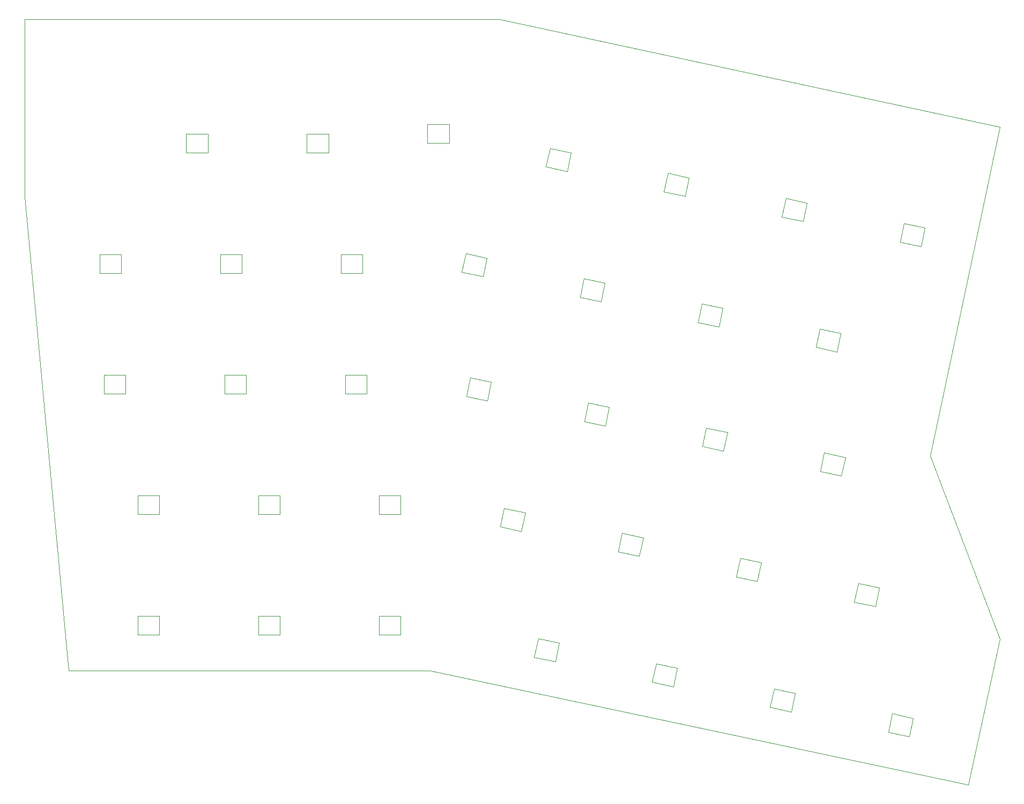
<source format=gbr>
%TF.GenerationSoftware,KiCad,Pcbnew,9.0.3*%
%TF.CreationDate,2025-11-25T19:45:44-05:00*%
%TF.ProjectId,Wren,5772656e-2e6b-4696-9361-645f70636258,rev?*%
%TF.SameCoordinates,Original*%
%TF.FileFunction,Profile,NP*%
%FSLAX46Y46*%
G04 Gerber Fmt 4.6, Leading zero omitted, Abs format (unit mm)*
G04 Created by KiCad (PCBNEW 9.0.3) date 2025-11-25 19:45:44*
%MOMM*%
%LPD*%
G01*
G04 APERTURE LIST*
%TA.AperFunction,Profile*%
%ADD10C,0.050000*%
%TD*%
%TA.AperFunction,Profile*%
%ADD11C,0.120000*%
%TD*%
G04 APERTURE END LIST*
D10*
X289250000Y-178950000D02*
X210250000Y-161950000D01*
X142250000Y-264950000D02*
X199250000Y-264950000D01*
X135250000Y-161950000D02*
X156250000Y-161950000D01*
X135250000Y-161950000D02*
X135250000Y-189950000D01*
X289250000Y-259950000D02*
X284250000Y-282950000D01*
X289250000Y-259950000D02*
X278250000Y-230950000D01*
X289250000Y-178950000D02*
X278250000Y-230950000D01*
X156250000Y-161950000D02*
X210250000Y-161950000D01*
X135250000Y-189950000D02*
X142250000Y-264950000D01*
X199250000Y-264950000D02*
X284250000Y-282950000D01*
D11*
%TO.C,D64*%
X153142000Y-256252500D02*
X153142000Y-259252500D01*
X153142000Y-259252500D02*
X156542000Y-259252500D01*
X156542000Y-256252500D02*
X153142000Y-256252500D01*
X156542000Y-259252500D02*
X156542000Y-256252500D01*
%TO.C,D36*%
X160782000Y-180052500D02*
X160782000Y-183052500D01*
X160782000Y-183052500D02*
X164182000Y-183052500D01*
X164182000Y-180052500D02*
X160782000Y-180052500D01*
X164182000Y-183052500D02*
X164182000Y-180052500D01*
%TO.C,D67*%
X215722378Y-262775771D02*
X219048078Y-263482670D01*
X216346112Y-259841328D02*
X215722378Y-262775771D01*
X219048078Y-263482670D02*
X219671812Y-260548227D01*
X219671812Y-260548227D02*
X216346112Y-259841328D01*
%TO.C,D40*%
X236223862Y-189231140D02*
X239549562Y-189938039D01*
X236847596Y-186296697D02*
X236223862Y-189231140D01*
X239549562Y-189938039D02*
X240173296Y-187003596D01*
X240173296Y-187003596D02*
X236847596Y-186296697D01*
%TO.C,D37*%
X179832000Y-180052500D02*
X179832000Y-183052500D01*
X179832000Y-183052500D02*
X183232000Y-183052500D01*
X183232000Y-180052500D02*
X179832000Y-180052500D01*
X183232000Y-183052500D02*
X183232000Y-180052500D01*
%TO.C,D50*%
X147792000Y-218152500D02*
X147792000Y-221152500D01*
X147792000Y-221152500D02*
X151192000Y-221152500D01*
X151192000Y-218152500D02*
X147792000Y-218152500D01*
X151192000Y-221152500D02*
X151192000Y-218152500D01*
%TO.C,D38*%
X198882000Y-178552100D02*
X198882000Y-181552100D01*
X198882000Y-181552100D02*
X202282000Y-181552100D01*
X202282000Y-178552100D02*
X198882000Y-178552100D01*
X202282000Y-181552100D02*
X202282000Y-178552100D01*
%TO.C,D58*%
X172192000Y-237202500D02*
X172192000Y-240202500D01*
X172192000Y-240202500D02*
X175592000Y-240202500D01*
X175592000Y-237202500D02*
X172192000Y-237202500D01*
X175592000Y-240202500D02*
X175592000Y-237202500D01*
%TO.C,D46*%
X204312532Y-201923735D02*
X207638232Y-202630634D01*
X204936266Y-198989292D02*
X204312532Y-201923735D01*
X207638232Y-202630634D02*
X208261966Y-199696191D01*
X208261966Y-199696191D02*
X204936266Y-198989292D01*
%TO.C,D55*%
X242277638Y-229469082D02*
X245603338Y-230175981D01*
X242901372Y-226534639D02*
X242277638Y-229469082D01*
X245603338Y-230175981D02*
X246227072Y-227241538D01*
X246227072Y-227241538D02*
X242901372Y-226534639D01*
%TO.C,D59*%
X191242000Y-237202500D02*
X191242000Y-240202500D01*
X191242000Y-240202500D02*
X194642000Y-240202500D01*
X194642000Y-237202500D02*
X191242000Y-237202500D01*
X194642000Y-240202500D02*
X194642000Y-237202500D01*
%TO.C,D62*%
X247633820Y-250083194D02*
X250959520Y-250790093D01*
X248257554Y-247148751D02*
X247633820Y-250083194D01*
X250959520Y-250790093D02*
X251583254Y-247855650D01*
X251583254Y-247855650D02*
X248257554Y-247148751D01*
%TO.C,D42*%
X273491286Y-197152576D02*
X276816986Y-197859475D01*
X274115020Y-194218133D02*
X273491286Y-197152576D01*
X276816986Y-197859475D02*
X277440720Y-194925032D01*
X277440720Y-194925032D02*
X274115020Y-194218133D01*
%TO.C,D48*%
X241579956Y-209845170D02*
X244905656Y-210552069D01*
X242203690Y-206910727D02*
X241579956Y-209845170D01*
X244905656Y-210552069D02*
X245529390Y-207617626D01*
X245529390Y-207617626D02*
X242203690Y-206910727D01*
%TO.C,D63*%
X266267532Y-254043912D02*
X269593232Y-254750811D01*
X266891266Y-251109469D02*
X266267532Y-254043912D01*
X269593232Y-254750811D02*
X270216966Y-251816368D01*
X270216966Y-251816368D02*
X266891266Y-251109469D01*
%TO.C,D49*%
X260213667Y-213805888D02*
X263539367Y-214512787D01*
X260837401Y-210871445D02*
X260213667Y-213805888D01*
X263539367Y-214512787D02*
X264163101Y-211578344D01*
X264163101Y-211578344D02*
X260837401Y-210871445D01*
%TO.C,D41*%
X254857574Y-193191858D02*
X258183274Y-193898757D01*
X255481308Y-190257415D02*
X254857574Y-193191858D01*
X258183274Y-193898757D02*
X258807008Y-190964314D01*
X258807008Y-190964314D02*
X255481308Y-190257415D01*
%TO.C,D65*%
X172192000Y-256252500D02*
X172192000Y-259252500D01*
X172192000Y-259252500D02*
X175592000Y-259252500D01*
X175592000Y-256252500D02*
X172192000Y-256252500D01*
X175592000Y-259252500D02*
X175592000Y-256252500D01*
%TO.C,D53*%
X205010214Y-221547647D02*
X208335914Y-222254546D01*
X205633948Y-218613204D02*
X205010214Y-221547647D01*
X208335914Y-222254546D02*
X208959648Y-219320103D01*
X208959648Y-219320103D02*
X205633948Y-218613204D01*
%TO.C,D52*%
X185892000Y-218152500D02*
X185892000Y-221152500D01*
X185892000Y-221152500D02*
X189292000Y-221152500D01*
X189292000Y-218152500D02*
X185892000Y-218152500D01*
X189292000Y-221152500D02*
X189292000Y-218152500D01*
%TO.C,D43*%
X147092000Y-199102500D02*
X147092000Y-202102500D01*
X147092000Y-202102500D02*
X150492000Y-202102500D01*
X150492000Y-199102500D02*
X147092000Y-199102500D01*
X150492000Y-202102500D02*
X150492000Y-199102500D01*
%TO.C,D56*%
X260911350Y-233429800D02*
X264237050Y-234136699D01*
X261535084Y-230495357D02*
X260911350Y-233429800D01*
X264237050Y-234136699D02*
X264860784Y-231202256D01*
X264860784Y-231202256D02*
X261535084Y-230495357D01*
%TO.C,D60*%
X210366396Y-242161759D02*
X213692096Y-242868658D01*
X210990130Y-239227316D02*
X210366396Y-242161759D01*
X213692096Y-242868658D02*
X214315830Y-239934215D01*
X214315830Y-239934215D02*
X210990130Y-239227316D01*
%TO.C,D44*%
X166142000Y-199102500D02*
X166142000Y-202102500D01*
X166142000Y-202102500D02*
X169542000Y-202102500D01*
X169542000Y-199102500D02*
X166142000Y-199102500D01*
X169542000Y-202102500D02*
X169542000Y-199102500D01*
%TO.C,D54*%
X223643926Y-225508364D02*
X226969626Y-226215263D01*
X224267660Y-222573921D02*
X223643926Y-225508364D01*
X226969626Y-226215263D02*
X227593360Y-223280820D01*
X227593360Y-223280820D02*
X224267660Y-222573921D01*
%TO.C,D51*%
X166842000Y-218152500D02*
X166842000Y-221152500D01*
X166842000Y-221152500D02*
X170242000Y-221152500D01*
X170242000Y-218152500D02*
X166842000Y-218152500D01*
X170242000Y-221152500D02*
X170242000Y-218152500D01*
%TO.C,D45*%
X185192000Y-199102500D02*
X185192000Y-202102500D01*
X185192000Y-202102500D02*
X188592000Y-202102500D01*
X188592000Y-199102500D02*
X185192000Y-199102500D01*
X188592000Y-202102500D02*
X188592000Y-199102500D01*
%TO.C,D70*%
X271623514Y-274657924D02*
X274949214Y-275364823D01*
X272247248Y-271723481D02*
X271623514Y-274657924D01*
X274949214Y-275364823D02*
X275572948Y-272430380D01*
X275572948Y-272430380D02*
X272247248Y-271723481D01*
%TO.C,D61*%
X229000108Y-246122477D02*
X232325808Y-246829376D01*
X229623842Y-243188034D02*
X229000108Y-246122477D01*
X232325808Y-246829376D02*
X232949542Y-243894933D01*
X232949542Y-243894933D02*
X229623842Y-243188034D01*
%TO.C,D66*%
X191242000Y-256252500D02*
X191242000Y-259252500D01*
X191242000Y-259252500D02*
X194642000Y-259252500D01*
X194642000Y-256252500D02*
X191242000Y-256252500D01*
X194642000Y-259252500D02*
X194642000Y-256252500D01*
%TO.C,D69*%
X252989802Y-270697206D02*
X256315502Y-271404105D01*
X253613536Y-267762763D02*
X252989802Y-270697206D01*
X256315502Y-271404105D02*
X256939236Y-268469662D01*
X256939236Y-268469662D02*
X253613536Y-267762763D01*
%TO.C,D39*%
X217590151Y-185270422D02*
X220915851Y-185977321D01*
X218213885Y-182335979D02*
X217590151Y-185270422D01*
X220915851Y-185977321D02*
X221539585Y-183042878D01*
X221539585Y-183042878D02*
X218213885Y-182335979D01*
%TO.C,D47*%
X222946244Y-205884452D02*
X226271944Y-206591351D01*
X223569978Y-202950009D02*
X222946244Y-205884452D01*
X226271944Y-206591351D02*
X226895678Y-203656908D01*
X226895678Y-203656908D02*
X223569978Y-202950009D01*
%TO.C,D68*%
X234356090Y-266736488D02*
X237681790Y-267443387D01*
X234979824Y-263802045D02*
X234356090Y-266736488D01*
X237681790Y-267443387D02*
X238305524Y-264508944D01*
X238305524Y-264508944D02*
X234979824Y-263802045D01*
%TO.C,D57*%
X153142000Y-237202500D02*
X153142000Y-240202500D01*
X153142000Y-240202500D02*
X156542000Y-240202500D01*
X156542000Y-237202500D02*
X153142000Y-237202500D01*
X156542000Y-240202500D02*
X156542000Y-237202500D01*
%TD*%
M02*

</source>
